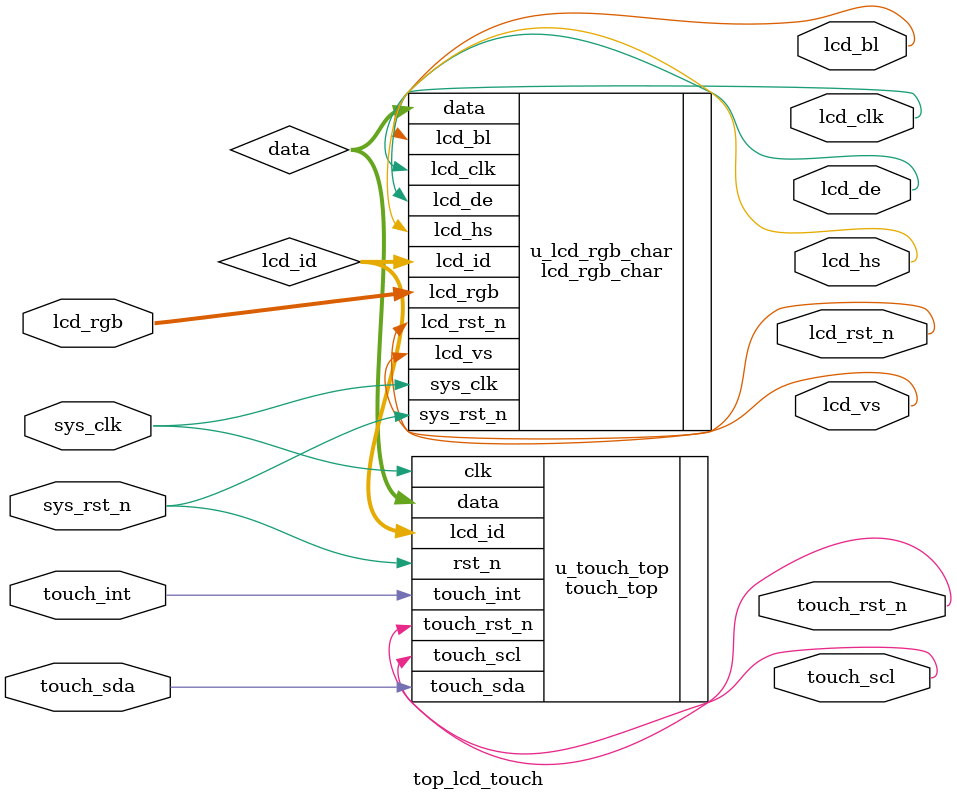
<source format=v>
module top_lcd_touch(
    //Ê±ÖÓºÍ¸´Î»½Ó¿Ú
    input            sys_clk    ,  //ÏµÍ³Ê±ÖÓÐÅºÅ
    input            sys_rst_n  ,  //ÏµÍ³¸´Î»ÐÅºÅ
    //TOUCH ½Ó¿Ú                  
    inout            touch_sda  ,  //TOUCH IICÊý¾Ý
    output           touch_scl  ,  //TOUCH IICÊ±ÖÓ
    inout            touch_int  ,  //TOUCH INTÐÅºÅ
    output           touch_rst_n,  //TOUCH ¸´Î»ÐÅºÅ
    //RGB LCD½Ó¿Ú                 
    output           lcd_de     ,  //LCD Êý¾ÝÊ¹ÄÜÐÅºÅ
    output           lcd_hs     ,  //LCD ÐÐÍ¬²½ÐÅºÅ
    output           lcd_vs     ,  //LCD ³¡Í¬²½ÐÅºÅ
    output           lcd_bl     ,  //LCD ±³¹â¿ØÖÆÐÅºÅ
    output           lcd_clk    ,  //LCD ÏñËØÊ±ÖÓ
    output           lcd_rst_n  ,  //LCD ¸´Î»
    inout    [23:0]  lcd_rgb       //LCD RGBÑÕÉ«Êý¾Ý
);

//wire define
wire  [15:0]  lcd_id     ;      //LCDÆÁID
wire  [31:0]  data       ;      //´¥Ãþµã×ø±ê


//*****************************************************
//**                    main code
//*****************************************************                                       

//´¥ÃþÇý¶¯¶¥²ãÄ£¿é    
touch_top  u_touch_top(
    .clk            (sys_clk    ),
    .rst_n          (sys_rst_n  ),

    .touch_rst_n    (touch_rst_n),
    .touch_int      (touch_int  ),
    .touch_scl      (touch_scl  ),
    .touch_sda      (touch_sda  ),
    
    .lcd_id         (lcd_id     ),
    .data           (data       )
);
      
//Àý»¯LCDÏÔÊ¾Ä£¿é
lcd_rgb_char  u_lcd_rgb_char
(
   .sys_clk         (sys_clk  ),
   .sys_rst_n       (sys_rst_n),
   .data            (data     ),
   //RGB LCD½Ó¿Ú 
   .lcd_id          (lcd_id   ),
   .lcd_hs          (lcd_hs   ),
   .lcd_vs          (lcd_vs   ),
   .lcd_de          (lcd_de   ),
   .lcd_rgb         (lcd_rgb  ),
   .lcd_bl          (lcd_bl   ),
   .lcd_rst_n       (lcd_rst_n),
   .lcd_clk         (lcd_clk  )
);

endmodule 
</source>
